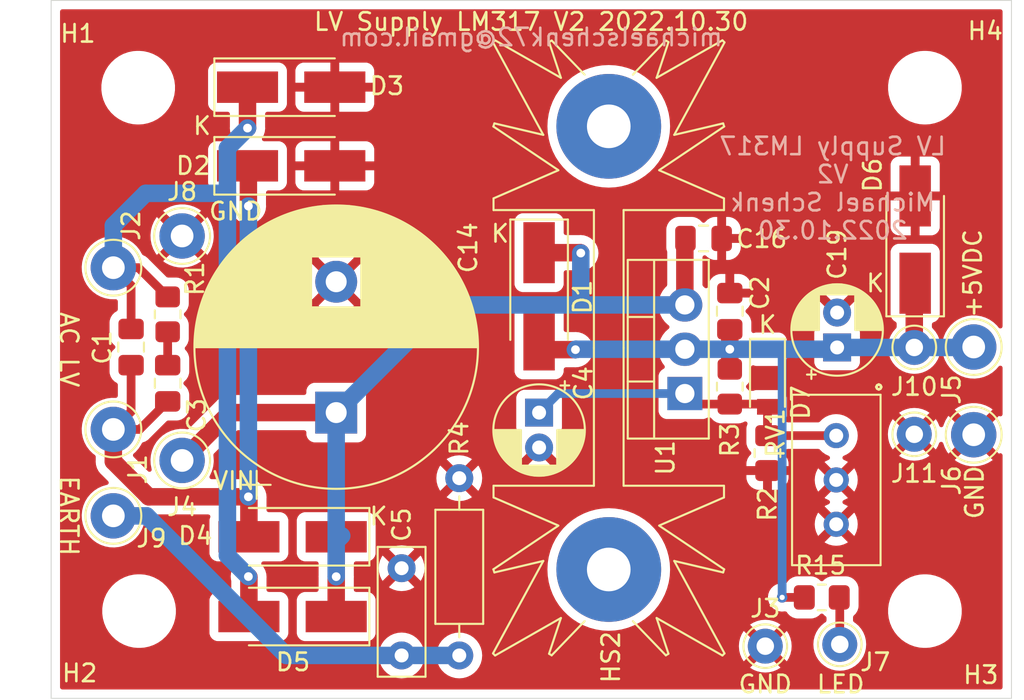
<source format=kicad_pcb>
(kicad_pcb (version 20211014) (generator pcbnew)
  (layers (0 "F.Cu" signal) (31 "B.Cu" signal) (34 "B.Paste" user) (35 "F.Paste" user) (36 "B.SilkS" user "B.Silkscreen") (37 "F.SilkS" user "F.Silkscreen") (38 "B.Mask" user) (39 "F.Mask" user) (44 "Edge.Cuts" user))
  (net 0 "")
  (net 1 "Net-(C1-Pad2)")
  (net 2 "Net-(C3-Pad2)")
  (net 3 "Net-(C19-Pad1)")
  (net 4 "GND")
  (net 5 "Net-(C14-Pad1)")
  (net 6 "Net-(C4-Pad1)")
  (net 7 "Net-(C1-Pad1)")
  (net 8 "Net-(C5-Pad1)")
  (net 9 "Net-(J7-Pad1)")
  (footprint "MountingHole:MountingHole_3.2mm_M3" (layer "F.Cu") (at 52.9844 113)
    (fp_text reference "H1" (at -3.4544 -3.0988) (layer "F.SilkS"))
    (fp_text value "MountingHole")
    (pad "" np_thru_hole circle (at 0 0) (size 3.2 3.2) (drill 3.2) (layers *.Cu *.Mask))
  )
  (footprint "MountingHole:MountingHole_3.2mm_M3" (layer "F.Cu") (at 53.0352 143)
    (fp_text reference "H2" (at -3.4036 3.556) (layer "F.SilkS"))
    (fp_text value "MountingHole")
    (pad "" np_thru_hole circle (at 0 0) (size 3.2 3.2) (drill 3.2) (layers *.Cu *.Mask))
  )
  (footprint "MountingHole:MountingHole_3.2mm_M3" (layer "F.Cu") (at 98.044 143)
    (fp_text reference "H3" (at 3.2004 3.6576) (layer "F.SilkS"))
    (fp_text value "MountingHole")
    (pad "" np_thru_hole circle (at 0 0) (size 3.2 3.2) (drill 3.2) (layers *.Cu *.Mask))
  )
  (footprint "Connector_Pin:Pin_D1.0mm_L10.0mm" (layer "F.Cu") (at 88.9 145.0096)
    (fp_text reference "J3" (at 0 -2.159) (layer "F.SilkS"))
    (fp_text value "LED_GND")
    (pad "1" thru_hole circle (at 0 0) (size 2 2) (drill 1) (layers *.Cu *.Mask) (net 4 "GND"))
  )
  (footprint "Capacitor_THT:CP_Radial_D5.0mm_P2.00mm" (layer "F.Cu") (at 93.0148 127.889 90)
    (fp_text reference "C19" (at 5.334 0 90) (layer "F.SilkS"))
    (fp_text value "1uF/25V")
    (pad "1" thru_hole rect (at 0 0 90) (size 1.6 1.6) (drill 0.8) (layers *.Cu *.Mask) (net 3 "Net-(C19-Pad1)"))
    (pad "2" thru_hole circle (at 2 0 90) (size 1.6 1.6) (drill 0.8) (layers *.Cu *.Mask) (net 4 "GND"))
  )
  (footprint "Connector_Pin:Pin_D1.3mm_L11.0mm" (layer "F.Cu") (at 100.838 127.8636 -90)
    (fp_text reference "J5" (at 2.4384 1.27 -90) (layer "F.SilkS"))
    (fp_text value "+VOUT")
    (pad "1" thru_hole circle (at 0 0 270) (size 2.6 2.6) (drill 1.3) (layers *.Cu *.Mask) (net 3 "Net-(C19-Pad1)"))
  )
  (footprint "Connector_Pin:Pin_D1.3mm_L11.0mm" (layer "F.Cu") (at 100.838 132.8928 -90)
    (fp_text reference "J6" (at 2.61879 1.27 -90) (layer "F.SilkS"))
    (fp_text value "GND")
    (pad "1" thru_hole circle (at 0 0 270) (size 2.6 2.6) (drill 1.3) (layers *.Cu *.Mask) (net 4 "GND"))
  )
  (footprint "Connector_Pin:Pin_D1.0mm_L10.0mm" (layer "F.Cu") (at 93.1672 144.907)
    (fp_text reference "J7" (at 2.032 1.016) (layer "F.SilkS"))
    (fp_text value "LED")
    (pad "1" thru_hole circle (at 0 0) (size 2 2) (drill 1) (layers *.Cu *.Mask) (net 9 "Net-(J7-Pad1)"))
  )
  (footprint "Resistor_SMD:R_0805_2012Metric_Pad1.20x1.40mm_HandSolder" (layer "F.Cu") (at 92.1352 142.2156 180)
    (fp_text reference "R15" (at 0.0668 1.8288) (layer "F.SilkS"))
    (fp_text value "330R")
    (pad "1" smd roundrect (at -1 0 180) (size 1.2 1.4) (layers "F.Cu" "F.Paste" "F.Mask") (roundrect_rratio 0.2083333333) (net 9 "Net-(J7-Pad1)"))
    (pad "2" smd roundrect (at 1 0 180) (size 1.2 1.4) (layers "F.Cu" "F.Paste" "F.Mask") (roundrect_rratio 0.2083333333) (net 3 "Net-(C19-Pad1)"))
  )
  (footprint "Capacitor_SMD:C_0805_2012Metric_Pad1.18x1.45mm_HandSolder" (layer "F.Cu") (at 85.3655 121.6416)
    (fp_text reference "C16" (at 3.3313 0.0244) (layer "F.SilkS"))
    (fp_text value "330nF/50V")
    (pad "1" smd roundrect (at -1.0375 0) (size 1.175 1.45) (layers "F.Cu" "F.Paste" "F.Mask") (roundrect_rratio 0.2127659574) (net 5 "Net-(C14-Pad1)"))
    (pad "2" smd roundrect (at 1.0375 0) (size 1.175 1.45) (layers "F.Cu" "F.Paste" "F.Mask") (roundrect_rratio 0.2127659574) (net 4 "GND"))
  )
  (footprint "MountingHole:MountingHole_3.2mm_M3" (layer "F.Cu") (at 98.044 113)
    (fp_text reference "H4" (at 3.4544 -3.2512) (layer "F.SilkS"))
    (fp_text value "MountingHole")
    (pad "" np_thru_hole circle (at 0 0) (size 3.2 3.2) (drill 3.2) (layers *.Cu *.Mask))
  )
  (footprint "Capacitor_THT:CP_Radial_D16.0mm_P7.50mm" (layer "F.Cu") (at 64.3255 131.6228 90)
    (fp_text reference "C14" (at 9.4488 7.5565 90) (layer "F.SilkS"))
    (fp_text value "2200uF/35VDC")
    (pad "1" thru_hole rect (at 0 0 90) (size 2.4 2.4) (drill 1.2) (layers *.Cu *.Mask) (net 5 "Net-(C14-Pad1)"))
    (pad "2" thru_hole circle (at 7.5 0 90) (size 2.4 2.4) (drill 1.2) (layers *.Cu *.Mask) (net 4 "GND"))
  )
  (footprint "Capacitor_SMD:C_0805_2012Metric_Pad1.18x1.45mm_HandSolder" (layer "F.Cu") (at 52.578 127.8675 90)
    (fp_text reference "C1" (at -0.0215 -1.651 90) (layer "F.SilkS"))
    (fp_text value "Cx/10nF/50V")
    (pad "1" smd roundrect (at -1.0375 0 90) (size 1.175 1.45) (layers "F.Cu" "F.Paste" "F.Mask") (roundrect_rratio 0.2127659574) (net 7 "Net-(C1-Pad1)"))
    (pad "2" smd roundrect (at 1.0375 0 90) (size 1.175 1.45) (layers "F.Cu" "F.Paste" "F.Mask") (roundrect_rratio 0.2127659574) (net 1 "Net-(C1-Pad2)"))
  )
  (footprint "Capacitor_SMD:C_0805_2012Metric_Pad1.18x1.45mm_HandSolder" (layer "F.Cu") (at 86.868 125.8111 90)
    (fp_text reference "C2" (at 1.0463 1.7272 90) (layer "F.SilkS"))
    (fp_text value "100nF/50V")
    (pad "1" smd roundrect (at -1.0375 0 90) (size 1.175 1.45) (layers "F.Cu" "F.Paste" "F.Mask") (roundrect_rratio 0.2127659574) (net 3 "Net-(C19-Pad1)"))
    (pad "2" smd roundrect (at 1.0375 0 90) (size 1.175 1.45) (layers "F.Cu" "F.Paste" "F.Mask") (roundrect_rratio 0.2127659574) (net 4 "GND"))
  )
  (footprint "Capacitor_SMD:C_0805_2012Metric_Pad1.18x1.45mm_HandSolder" (layer "F.Cu") (at 54.6735 129.9425 90)
    (fp_text reference "C3" (at -1.8327 1.6637 90) (layer "F.SilkS"))
    (fp_text value "Cs/50V")
    (pad "1" smd roundrect (at -1.0375 0 90) (size 1.175 1.45) (layers "F.Cu" "F.Paste" "F.Mask") (roundrect_rratio 0.2127659574) (net 7 "Net-(C1-Pad1)"))
    (pad "2" smd roundrect (at 1.0375 0 90) (size 1.175 1.45) (layers "F.Cu" "F.Paste" "F.Mask") (roundrect_rratio 0.2127659574) (net 2 "Net-(C3-Pad2)"))
  )
  (footprint "Diode_SMD:D_SMA_Handsoldering" (layer "F.Cu") (at 75.946 124.9572 -90)
    (fp_text reference "D1" (at 0.04 -2.4892 90) (layer "F.SilkS"))
    (fp_text value "1N4007")
    (pad "1" smd rect (at -2.5 0 270) (size 3.5 1.8) (layers "F.Cu" "F.Paste" "F.Mask") (net 5 "Net-(C14-Pad1)"))
    (pad "2" smd rect (at 2.5 0 270) (size 3.5 1.8) (layers "F.Cu" "F.Paste" "F.Mask") (net 3 "Net-(C19-Pad1)"))
  )
  (footprint "Diode_SMD:D_SMA_Handsoldering" (layer "F.Cu") (at 61.7455 117.479837)
    (fp_text reference "D2" (at -5.6115 -0.004837) (layer "F.SilkS"))
    (fp_text value "BYG22B-E3")
    (pad "1" smd rect (at -2.5 0) (size 3.5 1.8) (layers "F.Cu" "F.Paste" "F.Mask") (net 7 "Net-(C1-Pad1)"))
    (pad "2" smd rect (at 2.5 0) (size 3.5 1.8) (layers "F.Cu" "F.Paste" "F.Mask") (net 4 "GND"))
  )
  (footprint "Diode_SMD:D_SMA_Handsoldering" (layer "F.Cu") (at 61.7455 112.971337)
    (fp_text reference "D3" (at 5.4845 -0.068337) (layer "F.SilkS"))
    (fp_text value "BYG22B-E3")
    (pad "1" smd rect (at -2.5 0) (size 3.5 1.8) (layers "F.Cu" "F.Paste" "F.Mask") (net 1 "Net-(C1-Pad2)"))
    (pad "2" smd rect (at 2.5 0) (size 3.5 1.8) (layers "F.Cu" "F.Paste" "F.Mask") (net 4 "GND"))
  )
  (footprint "Diode_SMD:D_SMA_Handsoldering" (layer "F.Cu") (at 61.8255 138.7403 180)
    (fp_text reference "D4" (at 5.5645 0.0563) (layer "F.SilkS"))
    (fp_text value "BYG22B-E3")
    (pad "1" smd rect (at -2.5 0 180) (size 3.5 1.8) (layers "F.Cu" "F.Paste" "F.Mask") (net 5 "Net-(C14-Pad1)"))
    (pad "2" smd rect (at 2.5 0 180) (size 3.5 1.8) (layers "F.Cu" "F.Paste" "F.Mask") (net 7 "Net-(C1-Pad1)"))
  )
  (footprint "Diode_SMD:D_SMA_Handsoldering" (layer "F.Cu") (at 61.8255 143.3123 180)
    (fp_text reference "D5" (at -0.0235 -2.6107) (layer "F.SilkS"))
    (fp_text value "BYG22B-E3")
    (pad "1" smd rect (at -2.5 0 180) (size 3.5 1.8) (layers "F.Cu" "F.Paste" "F.Mask") (net 5 "Net-(C14-Pad1)"))
    (pad "2" smd rect (at 2.5 0 180) (size 3.5 1.8) (layers "F.Cu" "F.Paste" "F.Mask") (net 1 "Net-(C1-Pad2)"))
  )
  (footprint "Diode_SMD:D_SMA_Handsoldering" (layer "F.Cu") (at 97.4852 121.706 90)
    (fp_text reference "D6" (at 3.6976 -2.4384 90) (layer "F.SilkS"))
    (fp_text value "1N4007")
    (pad "1" smd rect (at -2.5 0 90) (size 3.5 1.8) (layers "F.Cu" "F.Paste" "F.Mask") (net 3 "Net-(C19-Pad1)"))
    (pad "2" smd rect (at 2.5 0 90) (size 3.5 1.8) (layers "F.Cu" "F.Paste" "F.Mask") (net 4 "GND"))
  )
  (footprint "Connector_Pin:Pin_D1.3mm_L11.0mm" (layer "F.Cu") (at 51.562 132.588 90)
    (fp_text reference "J1" (at -2.286 1.397 90) (layer "F.SilkS"))
    (fp_text value "AC-LV")
    (pad "1" thru_hole circle (at 0 0 90) (size 2.6 2.6) (drill 1.3) (layers *.Cu *.Mask) (net 7 "Net-(C1-Pad1)"))
  )
  (footprint "Connector_Pin:Pin_D1.3mm_L11.0mm" (layer "F.Cu") (at 51.562 123.317 90)
    (fp_text reference "J2" (at 2.413 1.016 90) (layer "F.SilkS"))
    (fp_text value "AC-LV")
    (pad "1" thru_hole circle (at 0 0 90) (size 2.6 2.6) (drill 1.3) (layers *.Cu *.Mask) (net 1 "Net-(C1-Pad2)"))
  )
  (footprint "Resistor_SMD:R_0805_2012Metric_Pad1.20x1.40mm_HandSolder" (layer "F.Cu") (at 54.6735 125.9918 90)
    (fp_text reference "R1" (at 2.0398 1.5621 90) (layer "F.SilkS"))
    (fp_text value "Rs/1/8W")
    (pad "1" smd roundrect (at -1 0 90) (size 1.2 1.4) (layers "F.Cu" "F.Paste" "F.Mask") (roundrect_rratio 0.2083333333) (net 2 "Net-(C3-Pad2)"))
    (pad "2" smd roundrect (at 1 0 90) (size 1.2 1.4) (layers "F.Cu" "F.Paste" "F.Mask") (roundrect_rratio 0.2083333333) (net 1 "Net-(C1-Pad2)"))
  )
  (footprint "Heatsink:Heatsink_Fischer_SK104-STC-STIC_35x13mm_2xDrill2.5mm" (layer "F.Cu") (at 79.936 127.9154 -90)
    (fp_text reference "HS2" (at 17.7282 -0.1248 90) (layer "F.SilkS"))
    (fp_text value "Heatsink")
    (pad "1" thru_hole circle (at -12.7 0 90) (size 6 6) (drill 2.5) (layers *.Cu *.Mask))
    (pad "1" thru_hole circle (at 12.7 0 270) (size 6 6) (drill 2.5) (layers *.Cu *.Mask))
  )
  (footprint "Connector_Pin:Pin_D1.3mm_L11.0mm" (layer "F.Cu") (at 55.5 121.5)
    (fp_text reference "J8" (at 0 -2.54) (layer "F.SilkS"))
    (fp_text value "GND")
    (pad "1" thru_hole circle (at 0 0) (size 2.6 2.6) (drill 1.3) (layers *.Cu *.Mask) (net 4 "GND"))
  )
  (footprint "Capacitor_THT:C_Rect_L7.2mm_W2.5mm_P5.00mm_FKS2_FKP2_MKS2_MKP2" (layer "F.Cu") (at 68.072 145.542 90)
    (fp_text reference "C5" (at 7.493 0 90) (layer "F.SilkS"))
    (fp_text value "10nF")
    (pad "1" thru_hole circle (at 0 0 90) (size 1.6 1.6) (drill 0.8) (layers *.Cu *.Mask) (net 8 "Net-(C5-Pad1)"))
    (pad "2" thru_hole circle (at 5 0 90) (size 1.6 1.6) (drill 0.8) (layers *.Cu *.Mask) (net 4 "GND"))
  )
  (footprint "Potentiometer_THT:Potentiometer_Bourns_3296W_Vertical" (layer "F.Cu") (at 92.964 132.9436 90)
    (fp_text reference "RV1" (at 0.1524 -3.4798 90) (layer "F.SilkS"))
    (fp_text value "1k")
    (pad "1" thru_hole circle (at 0 0 90) (size 1.44 1.44) (drill 0.8) (layers *.Cu *.Mask) (net 6 "Net-(C4-Pad1)"))
    (pad "2" thru_hole circle (at -2.54 0 90) (size 1.44 1.44) (drill 0.8) (layers *.Cu *.Mask) (net 4 "GND"))
    (pad "3" thru_hole circle (at -5.08 0 90) (size 1.44 1.44) (drill 0.8) (layers *.Cu *.Mask) (net 4 "GND"))
  )
  (footprint "Diode_SMD:D_SOD-123" (layer "F.Cu") (at 89.027 129.6416 -90)
    (fp_text reference "D7" (at 1.398 -1.905 90) (layer "F.SilkS"))
    (fp_text value "1N4148W")
    (pad "1" smd rect (at -1.65 0 270) (size 0.9 1.2) (layers "F.Cu" "F.Paste" "F.Mask") (net 3 "Net-(C19-Pad1)"))
    (pad "2" smd rect (at 1.65 0 270) (size 0.9 1.2) (layers "F.Cu" "F.Paste" "F.Mask") (net 6 "Net-(C4-Pad1)"))
  )
  (footprint "Resistor_SMD:R_0805_2012Metric_Pad1.20x1.40mm_HandSolder" (layer "F.Cu") (at 89.027 133.9446 -90)
    (fp_text reference "R2" (at 2.937 0 90) (layer "F.SilkS"))
    (fp_text value "976R")
    (pad "1" smd roundrect (at -1 0 270) (size 1.2 1.4) (layers "F.Cu" "F.Paste" "F.Mask") (roundrect_rratio 0.2083333333) (net 6 "Net-(C4-Pad1)"))
    (pad "2" smd roundrect (at 1 0 270) (size 1.2 1.4) (layers "F.Cu" "F.Paste" "F.Mask") (roundrect_rratio 0.2083333333) (net 4 "GND"))
  )
  (footprint "Package_TO_SOT_THT:TO-220-3_Vertical" (layer "F.Cu") (at 84.294309 130.5316 90)
    (fp_text reference "U1" (at -3.683 -1.109309 90) (layer "F.SilkS"))
    (fp_text value "LM317_TO-220")
    (pad "1" thru_hole rect (at 0 0 90) (size 1.905 2) (drill 1.1) (layers *.Cu *.Mask) (net 6 "Net-(C4-Pad1)"))
    (pad "2" thru_hole oval (at 2.54 0 90) (size 1.905 2) (drill 1.1) (layers *.Cu *.Mask) (net 3 "Net-(C19-Pad1)"))
    (pad "3" thru_hole oval (at 5.08 0 90) (size 1.905 2) (drill 1.1) (layers *.Cu *.Mask) (net 5 "Net-(C14-Pad1)"))
  )
  (footprint "Connector_Pin:Pin_D1.0mm_L10.0mm" (layer "F.Cu") (at 97.4344 127.889)
    (fp_text reference "J10" (at 0 2.25) (layer "F.SilkS"))
    (fp_text value "+VOUT")
    (pad "1" thru_hole circle (at 0 0) (size 2 2) (drill 1) (layers *.Cu *.Mask) (net 3 "Net-(C19-Pad1)"))
  )
  (footprint "Connector_Pin:Pin_D1.0mm_L10.0mm" (layer "F.Cu") (at 97.4344 132.8674)
    (fp_text reference "J11" (at 0 2.25) (layer "F.SilkS"))
    (fp_text value "GND")
    (pad "1" thru_hole circle (at 0 0) (size 2 2) (drill 1) (layers *.Cu *.Mask) (net 4 "GND"))
  )
  (footprint "Connector_Pin:Pin_D1.3mm_L11.0mm" (layer "F.Cu") (at 51.562 137.541 180)
    (fp_text reference "J9" (at -2.1844 -1.2954 180) (layer "F.SilkS"))
    (fp_text value "EARTH")
    (pad "1" thru_hole circle (at 0 0 180) (size 2.6 2.6) (drill 1.3) (layers *.Cu *.Mask) (net 8 "Net-(C5-Pad1)"))
  )
  (footprint "Connector_Pin:Pin_D1.3mm_L11.0mm" (layer "F.Cu") (at 55.5 134.366)
    (fp_text reference "J4" (at 0 2.667) (layer "F.SilkS"))
    (fp_text value "DCVIN")
    (pad "1" thru_hole circle (at 0 0) (size 2.6 2.6) (drill 1.3) (layers *.Cu *.Mask) (net 5 "Net-(C14-Pad1)"))
  )
  (footprint "Resistor_THT:R_Axial_DIN0207_L6.3mm_D2.5mm_P10.16mm_Horizontal" (layer "F.Cu") (at 71.374 135.382 -90)
    (fp_text reference "R4" (at -2.286 0 90) (layer "F.SilkS"))
    (fp_text value "100R/0.6W")
    (pad "1" thru_hole circle (at 0 0 270) (size 1.6 1.6) (drill 0.8) (layers *.Cu *.Mask) (net 4 "GND"))
    (pad "2" thru_hole oval (at 10.16 0 270) (size 1.6 1.6) (drill 0.8) (layers *.Cu *.Mask) (net 8 "Net-(C5-Pad1)"))
  )
  (footprint "Resistor_SMD:R_0805_2012Metric_Pad1.20x1.40mm_HandSolder" (layer "F.Cu") (at 86.868 130.1346 -90)
    (fp_text reference "R3" (at 3.064 0 90) (layer "F.SilkS"))
    (fp_text value "240R")
    (pad "1" smd roundrect (at -1 0 270) (size 1.2 1.4) (layers "F.Cu" "F.Paste" "F.Mask") (roundrect_rratio 0.2083333333) (net 3 "Net-(C19-Pad1)"))
    (pad "2" smd roundrect (at 1 0 270) (size 1.2 1.4) (layers "F.Cu" "F.Paste" "F.Mask") (roundrect_rratio 0.2083333333) (net 6 "Net-(C4-Pad1)"))
  )
  (footprint "Capacitor_THT:CP_Radial_D5.0mm_P2.00mm" (layer "F.Cu") (at 75.946 131.6228 -90)
    (fp_text reference "C4" (at -1.6764 -2.54 90) (layer "F.SilkS"))
    (fp_text value "10uF/25V")
    (pad "1" thru_hole rect (at 0 0 270) (size 1.6 1.6) (drill 0.8) (layers *.Cu *.Mask) (net 6 "Net-(C4-Pad1)"))
    (pad "2" thru_hole circle (at 2 0 270) (size 1.6 1.6) (drill 0.8) (layers *.Cu *.Mask) (net 4 "GND"))
  )
  (gr_line (start 48 108) (end 48 148) (layer "Edge.Cuts") (width 0.05))
  (gr_line (start 103 108) (end 48 108) (layer "Edge.Cuts") (width 0.05))
  (gr_line (start 48 148) (end 103 148) (layer "Edge.Cuts") (width 0.05))
  (gr_line (start 103 148) (end 103 108) (layer "Edge.Cuts") (width 0.05))
  (gr_text "LV Supply LM317\nV2\nMichael Schenk\n2022.10.30\n" (at 92.7608 118.7704) (layer "B.SilkS") (effects (font (size 1 1)) (justify mirror)))
  (gr_text "michaelschenk72@gmail.com" (at 75.4888 110.109) (layer "B.SilkS") (effects (font (size 1 1)) (justify mirror)))
  (gr_text "+5VDC" (at 100.7872 123.6472 90) (layer "F.SilkS") (effects (font (size 1 1))))
  (gr_text "GND" (at 100.8888 136.1948 90) (layer "F.SilkS") (effects (font (size 1 1))))
  (gr_text "LED" (at 93.218 147.193) (layer "F.SilkS") (effects (font (size 1 1))))
  (gr_text "AC LV" (at 49.022 128.016 270) (layer "F.SilkS") (effects (font (size 1 1))))
  (gr_text "K" (at 59.8805 121.9708) (layer "F.SilkS") (effects (font (size 1 1))))
  (gr_text "K" (at 95.1992 124.206) (layer "F.SilkS") (effects (font (size 1 1))))
  (gr_text "K" (at 56.642 115.189) (layer "F.SilkS") (effects (font (size 1 1))))
  (gr_text "°" (at 95.4024 130.556) (layer "F.SilkS") (effects (font (size 1 1))))
  (gr_text "K" (at 89.027 126.5946) (layer "F.SilkS") (effects (font (size 1 1))))
  (gr_text "VIN" (at 58.4708 135.5344) (layer "F.SilkS") (effects (font (size 1 1))))
  (gr_text "GND" (at 58.5724 120.0912) (layer "F.SilkS") (effects (font (size 1 1))))
  (gr_text "K" (at 66.7512 137.5664) (layer "F.SilkS") (effects (font (size 1 1))))
  (gr_text "LV Supply LM317 V2 2022.10.30\n" (at 75.4888 109.22) (layer "F.SilkS") (effects (font (size 1 1))))
  (gr_text "GND" (at 88.9 147.193) (layer "F.SilkS") (effects (font (size 1 1))))
  (gr_text "K" (at 73.7108 121.3612) (layer "F.SilkS") (effects (font (size 1 1))))
  (gr_text "EARTH" (at 49.022 137.541 270) (layer "F.SilkS") (effects (font (size 1 1))))
  (segment (start 52.9987 123.317) (end 54.6735 124.9918) (width 0.5) (layer "F.Cu") (net 1))
  (segment (start 59.3255 141.05) (end 59.2963 141.0208) (width 1) (layer "F.Cu") (net 1))
  (segment (start 59.3255 143.3123) (end 59.3255 141.05) (width 1) (layer "F.Cu") (net 1))
  (segment (start 52.578 126.83) (end 52.578 124.333) (width 0.5) (layer "F.Cu") (net 1))
  (segment (start 51.562 123.317) (end 52.9987 123.317) (width 0.5) (layer "F.Cu") (net 1))
  (segment (start 59.2455 115.316) (end 59.2455 112.971337) (width 1) (layer "F.Cu") (net 1))
  (segment (start 52.578 124.333) (end 51.562 123.317) (width 0.5) (layer "F.Cu") (net 1))
  (via (at 59.2963 141.0208) (size 1) (drill 0.5) (layers "F.Cu" "B.Cu") (net 1))
  (via (at 59.2455 115.316) (size 1) (drill 0.5) (layers "F.Cu" "B.Cu") (net 1))
  (segment (start 51.562 120.904) (end 53.4097 119.0563) (width 1) (layer "B.Cu") (net 1))
  (segment (start 58.0963 116.4652) (end 59.2455 115.316) (width 1) (layer "B.Cu") (net 1))
  (segment (start 51.562 123.317) (end 51.562 120.904) (width 1) (layer "B.Cu") (net 1))
  (segment (start 58.0963 119.0563) (end 58.0963 116.4652) (width 1) (layer "B.Cu") (net 1))
  (segment (start 53.4097 119.0563) (end 58.0963 119.0563) (width 1) (layer "B.Cu") (net 1))
  (segment (start 58.0963 139.8208) (end 58.0963 119.0563) (width 1) (layer "B.Cu") (net 1))
  (segment (start 59.2963 141.0208) (end 58.0963 139.8208) (width 1) (layer "B.Cu") (net 1))
  (segment (start 54.6735 128.905) (end 54.6735 126.9918) (width 0.5) (layer "F.Cu") (net 2))
  (segment (start 91.1352 142.2156) (end 89.8652 142.2156) (width 0.5) (layer "F.Cu") (net 3))
  (segment (start 86.868 129.1346) (end 86.868 127.9916) (width 1) (layer "F.Cu") (net 3))
  (segment (start 78.0288 128.016) (end 76.5048 128.016) (width 1) (layer "F.Cu") (net 3))
  (segment (start 76.5048 128.016) (end 75.946 127.4572) (width 1) (layer "F.Cu") (net 3))
  (segment (start 97.4344 124.2568) (end 97.4852 124.206) (width 1) (layer "F.Cu") (net 3))
  (segment (start 86.868 127.9916) (end 86.868 126.8486) (width 1) (layer "F.Cu") (net 3))
  (segment (start 97.4344 127.889) (end 97.4344 124.2568) (width 1) (layer "F.Cu") (net 3))
  (segment (start 89.027 127.9916) (end 86.868 127.9916) (width 0.5) (layer "F.Cu") (net 3))
  (via (at 89.8652 142.2156) (size 0.6) (drill 0.3) (layers "F.Cu" "B.Cu") (net 3))
  (via (at 78.0288 128.016) (size 1) (drill 0.5) (layers "F.Cu" "B.Cu") (net 3))
  (via (at 86.868 127.9916) (size 1) (drill 0.5) (layers "F.Cu" "B.Cu") (net 3))
  (segment (start 89.8652 142.2156) (end 89.8652 128.1694) (width 0.5) (layer "B.Cu") (net 3))
  (segment (start 100.8126 127.889) (end 100.838 127.8636) (width 1) (layer "B.Cu") (net 3))
  (segment (start 90.678 128.2456) (end 90.932 127.9916) (width 0.5) (layer "B.Cu") (net 3))
  (segment (start 93.0148 127.889) (end 97.4344 127.889) (width 1) (layer "B.Cu") (net 3))
  (segment (start 90.932 127.9916) (end 90.043 127.9916) (width 1) (layer "B.Cu") (net 3))
  (segment (start 89.8652 128.1694) (end 90.043 127.9916) (width 0.5) (layer "B.Cu") (net 3))
  (segment (start 84.040309 127.7376) (end 84.294309 127.9916) (width 1) (layer "B.Cu") (net 3))
  (segment (start 78.0532 127.9916) (end 78.0288 128.016) (width 1) (layer "B.Cu") (net 3))
  (segment (start 84.294309 127.9916) (end 78.0532 127.9916) (width 1) (layer "B.Cu") (net 3))
  (segment (start 92.837 127.9916) (end 90.932 127.9916) (width 1) (layer "B.Cu") (net 3))
  (segment (start 97.4344 127.889) (end 100.8126 127.889) (width 1) (layer "B.Cu") (net 3))
  (segment (start 90.043 127.9916) (end 84.294309 127.9916) (width 1) (layer "B.Cu") (net 3))
  (segment (start 64.3255 143.3123) (end 64.3255 141.0263) (width 1) (layer "F.Cu") (net 5))
  (segment (start 64.3255 131.6228) (end 58.2432 131.6228) (width 1) (layer "F.Cu") (net 5))
  (segment (start 78.312 122.4572) (end 78.3336 122.4788) (width 1) (layer "F.Cu") (net 5))
  (segment (start 58.2432 131.6228) (end 55.5 134.366) (width 1) (layer "F.Cu") (net 5))
  (segment (start 75.946 122.4572) (end 78.312 122.4572) (width 1) (layer "F.Cu") (net 5))
  (segment (start 84.294309 125.4516) (end 84.294309 121.675291) (width 1) (layer "F.Cu") (net 5))
  (segment (start 84.294309 121.675291) (end 84.328 121.6416) (width 1) (layer "F.Cu") (net 5))
  (segment (start 64.3255 141.0263) (end 64.3255 138.7403) (width 1) (layer "F.Cu") (net 5))
  (via (at 78.3336 122.4788) (size 1) (drill 0.5) (layers "F.Cu" "B.Cu") (net 5))
  (via (at 64.3255 141.0263) (size 1) (drill 0.5) (layers "F.Cu" "B.Cu") (net 5))
  (segment (start 64.643 138.684) (end 64.3255 139.0015) (width 1) (layer "B.Cu") (net 5))
  (segment (start 78.3336 122.4788) (end 78.3336 125.1712) (width 1) (layer "B.Cu") (net 5))
  (segment (start 70.4967 125.4516) (end 64.3255 131.6228) (width 1) (layer "B.Cu") (net 5))
  (segment (start 64.3255 141.0263) (end 64.3255 139.0015) (width 1) (layer "B.Cu") (net 5))
  (segment (start 64.3255 139.0015) (end 64.3255 131.6228) (width 1) (layer "B.Cu") (net 5))
  (segment (start 78.0532 125.4516) (end 70.4967 125.4516) (width 1) (layer "B.Cu") (net 5))
  (segment (start 84.294309 125.4516) (end 78.0532 125.4516) (width 1) (layer "B.Cu") (net 5))
  (segment (start 78.3336 125.1712) (end 78.0532 125.4516) (width 1) (layer "B.Cu") (net 5))
  (segment (start 84.897309 131.1346) (end 84.294309 130.5316) (width 0.5) (layer "F.Cu") (net 6))
  (segment (start 86.868 131.1346) (end 84.897309 131.1346) (width 0.5) (layer "F.Cu") (net 6))
  (segment (start 88.87 131.1346) (end 89.027 131.2916) (width 0.5) (layer "F.Cu") (net 6))
  (segment (start 86.868 131.1346) (end 88.87 131.1346) (width 0.5) (layer "F.Cu") (net 6))
  (segment (start 92.964 132.9436) (end 89.028 132.9436) (width 0.5) (layer "F.Cu") (net 6))
  (segment (start 89.028 132.9436) (end 89.027 132.9446) (width 0.5) (layer "F.Cu") (net 6))
  (segment (start 89.027 132.9446) (end 89.027 131.2916) (width 0.5) (layer "F.Cu") (net 6))
  (segment (start 84.294309 130.5316) (end 77.0372 130.5316) (width 0.5) (layer "B.Cu") (net 6))
  (segment (start 77.0372 130.5316) (end 75.946 131.6228) (width 0.5) (layer "B.Cu") (net 6))
  (segment (start 59.3255 138.7403) (end 59.3255 136.478) (width 1) (layer "F.Cu") (net 7))
  (segment (start 59.2963 119.7864) (end 59.2963 117.530637) (width 1) (layer "F.Cu") (net 7))
  (segment (start 59.2963 136.4488) (end 53.584323 136.4488) (width 1) (layer "F.Cu") (net 7))
  (segment (start 59.2963 117.530637) (end 59.2455 117.479837) (width 1) (layer "F.Cu") (net 7))
  (segment (start 53.0655 132.588) (end 54.6735 130.98) (width 0.5) (layer "F.Cu") (net 7))
  (segment (start 51.562 132.588) (end 53.0655 132.588) (width 0.5) (layer "F.Cu") (net 7))
  (segment (start 52.578 131.572) (end 51.562 132.588) (width 0.5) (layer "F.Cu") (net 7))
  (segment (start 59.3255 117.559837) (end 59.2455 117.479837) (width 0.5) (layer "F.Cu") (net 7))
  (segment (start 52.578 128.905) (end 52.578 131.572) (width 0.5) (layer "F.Cu") (net 7))
  (segment (start 59.3255 136.478) (end 59.2963 136.4488) (width 1) (layer "F.Cu") (net 7))
  (segment (start 53.584323 136.4488) (end 51.562 134.426477) (width 1) (layer "F.Cu") (net 7))
  (segment (start 51.562 134.426477) (end 51.562 132.588) (width 1) (layer "F.Cu") (net 7))
  (via (at 59.2963 119.7864) (size 1) (drill 0.5) (layers "F.Cu" "B.Cu") (net 7))
  (via (at 59.2963 136.4488) (size 1) (drill 0.5) (layers "F.Cu" "B.Cu") (net 7))
  (segment (start 59.2963 136.4488) (end 59.2963 119.7864) (width 1) (layer "B.Cu") (net 7))
  (segment (start 53.467 137.541) (end 51.562 137.541) (width 1) (layer "B.Cu") (net 8))
  (segment (start 71.374 145.542) (end 68.072 145.542) (width 1) (layer "B.Cu") (net 8))
  (segment (start 61.468 145.542) (end 53.467 137.541) (width 1) (layer "B.Cu") (net 8))
  (segment (start 68.072 145.542) (end 61.468 145.542) (width 1) (layer "B.Cu") (net 8))
  (segment (start 93.1672 145.0096) (end 93.1672 142.2476) (width 0.5) (layer "F.Cu") (net 9))
  (zone (net 4) (net_name "GND") (layer "F.Cu") (connect_pads (clearance 0.508)) (min_thickness 0.254) (fill yes (thermal_gap 0.508) (thermal_bridge_width 0.508))
    (polygon (pts (xy 103 148) (xy 48 148) (xy 48 108) (xy 103 108)))
  )
)
</source>
